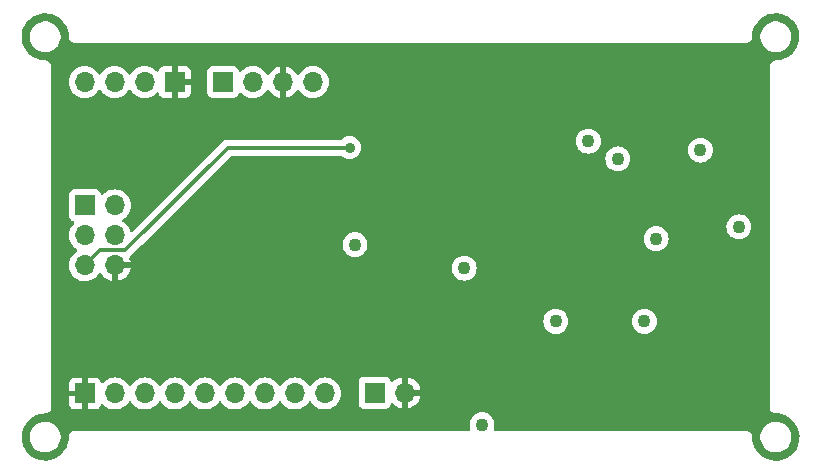
<source format=gbl>
%TF.GenerationSoftware,KiCad,Pcbnew,8.0.8*%
%TF.CreationDate,2025-09-10T22:03:36+03:00*%
%TF.ProjectId,MCU datalogger,4d435520-6461-4746-916c-6f676765722e,rev?*%
%TF.SameCoordinates,Original*%
%TF.FileFunction,Copper,L4,Bot*%
%TF.FilePolarity,Positive*%
%FSLAX46Y46*%
G04 Gerber Fmt 4.6, Leading zero omitted, Abs format (unit mm)*
G04 Created by KiCad (PCBNEW 8.0.8) date 2025-09-10 22:03:36*
%MOMM*%
%LPD*%
G01*
G04 APERTURE LIST*
%TA.AperFunction,ComponentPad*%
%ADD10R,1.700000X1.700000*%
%TD*%
%TA.AperFunction,ComponentPad*%
%ADD11O,1.700000X1.700000*%
%TD*%
%TA.AperFunction,ViaPad*%
%ADD12C,1.100000*%
%TD*%
%TA.AperFunction,ViaPad*%
%ADD13C,0.900000*%
%TD*%
%TA.AperFunction,Conductor*%
%ADD14C,0.500000*%
%TD*%
%TA.AperFunction,Conductor*%
%ADD15C,0.350000*%
%TD*%
G04 APERTURE END LIST*
D10*
%TO.P,J1,1,Pin_1*%
%TO.N,GND*%
X91230000Y-120740000D03*
D11*
%TO.P,J1,2,Pin_2*%
%TO.N,/Vcc*%
X88690000Y-120740000D03*
%TO.P,J1,3,Pin_3*%
%TO.N,/SDA*%
X86150000Y-120740000D03*
%TO.P,J1,4,Pin_4*%
%TO.N,/SCK*%
X83610000Y-120740000D03*
%TD*%
D10*
%TO.P,J2,1,Pin_1*%
%TO.N,/TX*%
X95320000Y-120740000D03*
D11*
%TO.P,J2,2,Pin_2*%
%TO.N,/RX*%
X97860000Y-120740000D03*
%TO.P,J2,3,Pin_3*%
%TO.N,GND*%
X100400000Y-120740000D03*
%TO.P,J2,4,Pin_4*%
%TO.N,/Vcc*%
X102940000Y-120740000D03*
%TD*%
D10*
%TO.P,BT1,1,+*%
%TO.N,/Vcc*%
X108165000Y-147040000D03*
D11*
%TO.P,BT1,2,-*%
%TO.N,GND*%
X110705000Y-147040000D03*
%TD*%
D10*
%TO.P,J3,1,Pin_1*%
%TO.N,GND*%
X83630000Y-147110000D03*
D11*
%TO.P,J3,2,Pin_2*%
%TO.N,/D2*%
X86170000Y-147110000D03*
%TO.P,J3,3,Pin_3*%
%TO.N,/D3*%
X88710000Y-147110000D03*
%TO.P,J3,4,Pin_4*%
%TO.N,/D4*%
X91250000Y-147110000D03*
%TO.P,J3,5,Pin_5*%
%TO.N,/D5*%
X93790000Y-147110000D03*
%TO.P,J3,6,Pin_6*%
%TO.N,/D6*%
X96330000Y-147110000D03*
%TO.P,J3,7,Pin_7*%
%TO.N,/D7*%
X98870000Y-147110000D03*
%TO.P,J3,8,Pin_8*%
%TO.N,/D8*%
X101410000Y-147110000D03*
%TO.P,J3,9,Pin_9*%
%TO.N,/Vcc*%
X103950000Y-147110000D03*
%TD*%
D10*
%TO.P,J4,1,Pin_1*%
%TO.N,/MISO*%
X83630000Y-131180000D03*
D11*
%TO.P,J4,2,Pin_2*%
%TO.N,/Vcc*%
X86170000Y-131180000D03*
%TO.P,J4,3,Pin_3*%
%TO.N,/SCK*%
X83630000Y-133720000D03*
%TO.P,J4,4,Pin_4*%
%TO.N,/MOSI*%
X86170000Y-133720000D03*
%TO.P,J4,5,Pin_5*%
%TO.N,/RESET*%
X83630000Y-136260000D03*
%TO.P,J4,6,Pin_6*%
%TO.N,GND*%
X86170000Y-136260000D03*
%TD*%
D12*
%TO.N,/Vcc*%
X117250000Y-149740000D03*
X106500000Y-134500000D03*
X123500000Y-141000000D03*
X115750000Y-136500000D03*
X131000000Y-141000000D03*
X132000000Y-134000000D03*
X139000000Y-133000000D03*
X135750000Y-126500000D03*
X128750000Y-127250000D03*
X126250000Y-125750000D03*
D13*
%TO.N,GND*%
X107750000Y-140000000D03*
X106500000Y-140000000D03*
X105250000Y-140000000D03*
X118250000Y-140250000D03*
X118250000Y-139250000D03*
X99750000Y-128000000D03*
X98750000Y-128000000D03*
X97750000Y-128000000D03*
X82500000Y-143250000D03*
X82500000Y-142000000D03*
X82500000Y-141000000D03*
X137250000Y-149000000D03*
X136000000Y-149000000D03*
X135000000Y-149000000D03*
X125250000Y-129750000D03*
X124000000Y-129750000D03*
X122750000Y-129750000D03*
X125000000Y-118500000D03*
X123250000Y-118500000D03*
X121750000Y-118500000D03*
X116500000Y-119500000D03*
X110750000Y-121750000D03*
X110750000Y-120750000D03*
X110750000Y-119750000D03*
X105000000Y-124500000D03*
X104000000Y-124500000D03*
X103000000Y-124500000D03*
X93000000Y-127000000D03*
X92250000Y-127750000D03*
X91500000Y-128500000D03*
X93500000Y-124500000D03*
X92500000Y-124500000D03*
X91500000Y-124500000D03*
X88750000Y-141000000D03*
X88750000Y-139750000D03*
X88750000Y-138500000D03*
X92750000Y-139000000D03*
X92750000Y-137750000D03*
X92750000Y-136500000D03*
X113000000Y-144750000D03*
X112500000Y-143750000D03*
X112500000Y-142750000D03*
D12*
X111250000Y-133500000D03*
X115500000Y-133750000D03*
D13*
X128250000Y-136750000D03*
X127500000Y-136000000D03*
X126750000Y-135250000D03*
X126000000Y-140000000D03*
X125000000Y-139250000D03*
X124000000Y-138750000D03*
X135000000Y-136750000D03*
X135750000Y-136000000D03*
D12*
X136500000Y-135250000D03*
X130750000Y-127250000D03*
D13*
X135750000Y-128000000D03*
X134750000Y-128000000D03*
X133750000Y-128000000D03*
%TO.N,/RESET*%
X106040000Y-126290000D03*
%TD*%
D14*
%TO.N,GND*%
X136500000Y-128750000D02*
X136500000Y-135250000D01*
X135750000Y-128000000D02*
X136500000Y-128750000D01*
X133000000Y-127250000D02*
X130750000Y-127250000D01*
X133750000Y-128000000D02*
X133000000Y-127250000D01*
D15*
%TO.N,/RESET*%
X84905000Y-134985000D02*
X83630000Y-136260000D01*
X87035000Y-134985000D02*
X84905000Y-134985000D01*
X95730000Y-126290000D02*
X87035000Y-134985000D01*
X106040000Y-126290000D02*
X95730000Y-126290000D01*
%TD*%
%TA.AperFunction,Conductor*%
%TO.N,GND*%
G36*
X142305894Y-114918831D02*
G01*
X142322985Y-114920415D01*
X142579289Y-114962224D01*
X142596000Y-114966154D01*
X142744015Y-115011989D01*
X142844084Y-115042977D01*
X142860092Y-115049178D01*
X143095184Y-115159539D01*
X143110166Y-115167883D01*
X143302874Y-115293452D01*
X143327761Y-115309669D01*
X143341457Y-115320012D01*
X143537381Y-115490502D01*
X143549497Y-115502618D01*
X143719985Y-115698540D01*
X143730330Y-115712238D01*
X143872111Y-115929825D01*
X143880463Y-115944820D01*
X143943004Y-116078046D01*
X143990819Y-116179903D01*
X143997022Y-116195915D01*
X144073844Y-116443996D01*
X144077775Y-116460713D01*
X144119583Y-116717010D01*
X144121168Y-116734109D01*
X144127167Y-116993739D01*
X144126374Y-117010893D01*
X144096446Y-117268859D01*
X144093290Y-117285740D01*
X144028010Y-117537092D01*
X144022553Y-117553373D01*
X143923171Y-117793305D01*
X143915516Y-117808678D01*
X143783944Y-118032566D01*
X143774240Y-118046733D01*
X143612993Y-118250305D01*
X143601424Y-118262996D01*
X143413598Y-118442339D01*
X143400386Y-118453310D01*
X143189587Y-118604982D01*
X143174987Y-118614022D01*
X142945250Y-118735118D01*
X142929540Y-118742054D01*
X142685289Y-118830245D01*
X142668773Y-118834945D01*
X142414661Y-118888550D01*
X142397652Y-118890922D01*
X142134293Y-118909202D01*
X142125707Y-118909500D01*
X142064108Y-118909500D01*
X141936812Y-118943608D01*
X141822686Y-119009500D01*
X141822683Y-119009502D01*
X141729502Y-119102683D01*
X141729500Y-119102686D01*
X141663608Y-119216812D01*
X141629500Y-119344108D01*
X141629500Y-148214108D01*
X141629500Y-148345892D01*
X141639735Y-148384091D01*
X141663608Y-148473187D01*
X141669382Y-148483187D01*
X141729500Y-148587314D01*
X141822686Y-148680500D01*
X141936814Y-148746392D01*
X142064108Y-148780500D01*
X142125707Y-148780500D01*
X142134293Y-148780798D01*
X142399045Y-148799174D01*
X142416032Y-148801543D01*
X142671513Y-148855436D01*
X142688015Y-148860131D01*
X142933587Y-148948800D01*
X142949286Y-148955732D01*
X143180257Y-149077478D01*
X143194846Y-149086512D01*
X143199682Y-149089991D01*
X143406775Y-149238995D01*
X143419987Y-149249966D01*
X143608811Y-149430263D01*
X143620380Y-149442954D01*
X143782492Y-149647618D01*
X143792195Y-149661783D01*
X143924473Y-149886874D01*
X143932123Y-149902237D01*
X144032036Y-150143450D01*
X144037493Y-150159732D01*
X144103119Y-150412420D01*
X144106275Y-150429299D01*
X144136364Y-150688644D01*
X144137157Y-150705799D01*
X144131126Y-150966812D01*
X144129541Y-150983911D01*
X144087510Y-151241575D01*
X144083579Y-151258292D01*
X144006347Y-151507696D01*
X144000143Y-151523709D01*
X143889201Y-151760040D01*
X143880845Y-151775042D01*
X143738314Y-151993783D01*
X143727965Y-152007487D01*
X143556581Y-152204438D01*
X143544438Y-152216581D01*
X143347487Y-152387965D01*
X143333783Y-152398314D01*
X143115042Y-152540845D01*
X143100040Y-152549201D01*
X142863709Y-152660143D01*
X142847696Y-152666347D01*
X142598292Y-152743579D01*
X142581575Y-152747510D01*
X142323911Y-152789541D01*
X142306812Y-152791126D01*
X142045799Y-152797157D01*
X142028644Y-152796364D01*
X141769299Y-152766275D01*
X141752420Y-152763119D01*
X141499732Y-152697493D01*
X141483450Y-152692036D01*
X141242237Y-152592123D01*
X141226874Y-152584473D01*
X141001783Y-152452195D01*
X140987618Y-152442492D01*
X140782954Y-152280380D01*
X140770263Y-152268811D01*
X140589966Y-152079987D01*
X140578995Y-152066775D01*
X140532004Y-152001464D01*
X140426512Y-151854846D01*
X140417478Y-151840257D01*
X140295732Y-151609286D01*
X140288798Y-151593582D01*
X140263569Y-151523709D01*
X140200131Y-151348015D01*
X140195436Y-151331513D01*
X140141543Y-151076032D01*
X140139174Y-151059045D01*
X140120798Y-150794293D01*
X140120500Y-150785707D01*
X140120500Y-150724110D01*
X140120500Y-150724108D01*
X140110731Y-150687648D01*
X140829500Y-150687648D01*
X140829500Y-150892351D01*
X140861522Y-151094534D01*
X140924781Y-151289223D01*
X141017715Y-151471613D01*
X141138028Y-151637213D01*
X141282786Y-151781971D01*
X141383099Y-151854851D01*
X141448390Y-151902287D01*
X141530029Y-151943884D01*
X141630776Y-151995218D01*
X141630778Y-151995218D01*
X141630781Y-151995220D01*
X141735137Y-152029127D01*
X141825465Y-152058477D01*
X141920935Y-152073598D01*
X142027648Y-152090500D01*
X142027649Y-152090500D01*
X142232351Y-152090500D01*
X142232352Y-152090500D01*
X142434534Y-152058477D01*
X142629219Y-151995220D01*
X142811610Y-151902287D01*
X142904590Y-151834732D01*
X142977213Y-151781971D01*
X142977215Y-151781968D01*
X142977219Y-151781966D01*
X143121966Y-151637219D01*
X143121968Y-151637215D01*
X143121971Y-151637213D01*
X143207060Y-151520096D01*
X143242287Y-151471610D01*
X143335220Y-151289219D01*
X143398477Y-151094534D01*
X143430500Y-150892352D01*
X143430500Y-150687648D01*
X143398477Y-150485466D01*
X143380825Y-150431140D01*
X143335218Y-150290776D01*
X143288645Y-150199372D01*
X143242287Y-150108390D01*
X143234556Y-150097749D01*
X143121971Y-149942786D01*
X142977213Y-149798028D01*
X142811613Y-149677715D01*
X142811612Y-149677714D01*
X142811610Y-149677713D01*
X142737494Y-149639949D01*
X142629223Y-149584781D01*
X142434534Y-149521522D01*
X142259995Y-149493878D01*
X142232352Y-149489500D01*
X142027648Y-149489500D01*
X142003329Y-149493351D01*
X141825465Y-149521522D01*
X141630776Y-149584781D01*
X141448386Y-149677715D01*
X141282786Y-149798028D01*
X141138028Y-149942786D01*
X141017715Y-150108386D01*
X140924781Y-150290776D01*
X140861522Y-150485465D01*
X140829500Y-150687648D01*
X140110731Y-150687648D01*
X140086392Y-150596814D01*
X140020500Y-150482686D01*
X139927314Y-150389500D01*
X139870250Y-150356554D01*
X139813187Y-150323608D01*
X139749539Y-150306554D01*
X139685892Y-150289500D01*
X139685891Y-150289500D01*
X118348276Y-150289500D01*
X118281237Y-150269815D01*
X118235482Y-150217011D01*
X118225538Y-150147853D01*
X118229615Y-150129505D01*
X118236021Y-150108386D01*
X118285300Y-149945934D01*
X118305583Y-149740000D01*
X118285300Y-149534066D01*
X118225232Y-149336046D01*
X118127685Y-149153550D01*
X118043493Y-149050961D01*
X117996410Y-148993589D01*
X117878677Y-148896969D01*
X117836450Y-148862315D01*
X117653954Y-148764768D01*
X117455934Y-148704700D01*
X117455932Y-148704699D01*
X117455934Y-148704699D01*
X117250000Y-148684417D01*
X117044067Y-148704699D01*
X116846043Y-148764769D01*
X116758713Y-148811449D01*
X116663550Y-148862315D01*
X116663548Y-148862316D01*
X116663547Y-148862317D01*
X116503589Y-148993589D01*
X116372317Y-149153547D01*
X116274769Y-149336043D01*
X116214699Y-149534067D01*
X116194417Y-149740000D01*
X116214699Y-149945932D01*
X116270385Y-150129505D01*
X116271008Y-150199372D01*
X116233759Y-150258485D01*
X116170465Y-150288076D01*
X116151724Y-150289500D01*
X82704108Y-150289500D01*
X82576812Y-150323608D01*
X82462686Y-150389500D01*
X82462683Y-150389502D01*
X82369502Y-150482683D01*
X82369500Y-150482686D01*
X82303608Y-150596812D01*
X82269500Y-150724108D01*
X82269500Y-150785707D01*
X82269202Y-150794293D01*
X82250922Y-151057652D01*
X82248550Y-151074661D01*
X82194945Y-151328773D01*
X82190245Y-151345289D01*
X82102054Y-151589540D01*
X82095118Y-151605250D01*
X81974022Y-151834987D01*
X81964982Y-151849587D01*
X81813310Y-152060386D01*
X81802339Y-152073598D01*
X81622996Y-152261424D01*
X81610305Y-152272993D01*
X81406733Y-152434240D01*
X81392566Y-152443944D01*
X81168678Y-152575516D01*
X81153305Y-152583171D01*
X80913373Y-152682553D01*
X80897092Y-152688010D01*
X80645740Y-152753290D01*
X80628859Y-152756446D01*
X80370893Y-152786374D01*
X80353739Y-152787167D01*
X80094109Y-152781168D01*
X80077010Y-152779583D01*
X79820713Y-152737775D01*
X79803996Y-152733844D01*
X79555915Y-152657022D01*
X79539903Y-152650819D01*
X79486203Y-152625610D01*
X79304820Y-152540463D01*
X79289829Y-152532113D01*
X79167182Y-152452196D01*
X79072238Y-152390330D01*
X79058540Y-152379985D01*
X78862618Y-152209497D01*
X78850502Y-152197381D01*
X78680012Y-152001457D01*
X78669669Y-151987761D01*
X78653452Y-151962874D01*
X78527883Y-151770166D01*
X78519539Y-151755184D01*
X78409178Y-151520092D01*
X78402977Y-151504084D01*
X78352143Y-151339926D01*
X78326154Y-151256000D01*
X78322224Y-151239286D01*
X78295595Y-151076043D01*
X78280415Y-150982985D01*
X78278831Y-150965890D01*
X78272832Y-150706248D01*
X78273624Y-150689119D01*
X78273795Y-150687648D01*
X78969500Y-150687648D01*
X78969500Y-150892351D01*
X79001522Y-151094534D01*
X79064781Y-151289223D01*
X79157715Y-151471613D01*
X79278028Y-151637213D01*
X79422786Y-151781971D01*
X79523099Y-151854851D01*
X79588390Y-151902287D01*
X79670029Y-151943884D01*
X79770776Y-151995218D01*
X79770778Y-151995218D01*
X79770781Y-151995220D01*
X79875137Y-152029127D01*
X79965465Y-152058477D01*
X80060935Y-152073598D01*
X80167648Y-152090500D01*
X80167649Y-152090500D01*
X80372351Y-152090500D01*
X80372352Y-152090500D01*
X80574534Y-152058477D01*
X80769219Y-151995220D01*
X80951610Y-151902287D01*
X81044590Y-151834732D01*
X81117213Y-151781971D01*
X81117215Y-151781968D01*
X81117219Y-151781966D01*
X81261966Y-151637219D01*
X81261968Y-151637215D01*
X81261971Y-151637213D01*
X81347060Y-151520096D01*
X81382287Y-151471610D01*
X81475220Y-151289219D01*
X81538477Y-151094534D01*
X81570500Y-150892352D01*
X81570500Y-150687648D01*
X81538477Y-150485466D01*
X81520825Y-150431140D01*
X81475218Y-150290776D01*
X81428645Y-150199372D01*
X81382287Y-150108390D01*
X81374556Y-150097749D01*
X81261971Y-149942786D01*
X81117213Y-149798028D01*
X80951613Y-149677715D01*
X80951612Y-149677714D01*
X80951610Y-149677713D01*
X80877494Y-149639949D01*
X80769223Y-149584781D01*
X80574534Y-149521522D01*
X80399995Y-149493878D01*
X80372352Y-149489500D01*
X80167648Y-149489500D01*
X80143329Y-149493351D01*
X79965465Y-149521522D01*
X79770776Y-149584781D01*
X79588386Y-149677715D01*
X79422786Y-149798028D01*
X79278028Y-149942786D01*
X79157715Y-150108386D01*
X79064781Y-150290776D01*
X79001522Y-150485465D01*
X78969500Y-150687648D01*
X78273795Y-150687648D01*
X78303554Y-150431133D01*
X78306709Y-150414259D01*
X78313140Y-150389500D01*
X78371990Y-150162902D01*
X78377446Y-150146626D01*
X78455558Y-149958046D01*
X78476832Y-149906683D01*
X78484475Y-149891336D01*
X78616060Y-149667425D01*
X78625753Y-149653273D01*
X78787013Y-149449685D01*
X78798567Y-149437011D01*
X78986407Y-149257654D01*
X78999605Y-149246694D01*
X79210423Y-149095009D01*
X79224999Y-149085984D01*
X79454758Y-148964876D01*
X79470449Y-148957948D01*
X79714723Y-148869750D01*
X79731214Y-148865057D01*
X79985348Y-148811447D01*
X80002336Y-148809078D01*
X80265707Y-148790798D01*
X80274293Y-148790500D01*
X80335890Y-148790500D01*
X80335892Y-148790500D01*
X80463186Y-148756392D01*
X80577314Y-148690500D01*
X80670500Y-148597314D01*
X80736392Y-148483186D01*
X80770500Y-148355892D01*
X80770500Y-148224108D01*
X80770500Y-146212155D01*
X82280000Y-146212155D01*
X82280000Y-146860000D01*
X83196988Y-146860000D01*
X83164075Y-146917007D01*
X83130000Y-147044174D01*
X83130000Y-147175826D01*
X83164075Y-147302993D01*
X83196988Y-147360000D01*
X82280000Y-147360000D01*
X82280000Y-148007844D01*
X82286401Y-148067372D01*
X82286403Y-148067379D01*
X82336645Y-148202086D01*
X82336649Y-148202093D01*
X82422809Y-148317187D01*
X82422812Y-148317190D01*
X82537906Y-148403350D01*
X82537913Y-148403354D01*
X82672620Y-148453596D01*
X82672627Y-148453598D01*
X82732155Y-148459999D01*
X82732172Y-148460000D01*
X83380000Y-148460000D01*
X83380000Y-147543012D01*
X83437007Y-147575925D01*
X83564174Y-147610000D01*
X83695826Y-147610000D01*
X83822993Y-147575925D01*
X83880000Y-147543012D01*
X83880000Y-148460000D01*
X84527828Y-148460000D01*
X84527844Y-148459999D01*
X84587372Y-148453598D01*
X84587379Y-148453596D01*
X84722086Y-148403354D01*
X84722093Y-148403350D01*
X84837187Y-148317190D01*
X84837190Y-148317187D01*
X84923350Y-148202093D01*
X84923354Y-148202086D01*
X84972422Y-148070529D01*
X85014293Y-148014595D01*
X85079757Y-147990178D01*
X85148030Y-148005030D01*
X85176285Y-148026181D01*
X85298599Y-148148495D01*
X85392304Y-148214108D01*
X85492165Y-148284032D01*
X85492167Y-148284033D01*
X85492170Y-148284035D01*
X85706337Y-148383903D01*
X85706343Y-148383904D01*
X85706344Y-148383905D01*
X85761285Y-148398626D01*
X85934592Y-148445063D01*
X86105319Y-148460000D01*
X86169999Y-148465659D01*
X86170000Y-148465659D01*
X86170001Y-148465659D01*
X86234681Y-148460000D01*
X86405408Y-148445063D01*
X86633663Y-148383903D01*
X86847830Y-148284035D01*
X87041401Y-148148495D01*
X87208495Y-147981401D01*
X87338425Y-147795842D01*
X87393002Y-147752217D01*
X87462500Y-147745023D01*
X87524855Y-147776546D01*
X87541575Y-147795842D01*
X87671500Y-147981395D01*
X87671505Y-147981401D01*
X87838599Y-148148495D01*
X87932304Y-148214108D01*
X88032165Y-148284032D01*
X88032167Y-148284033D01*
X88032170Y-148284035D01*
X88246337Y-148383903D01*
X88246343Y-148383904D01*
X88246344Y-148383905D01*
X88301285Y-148398626D01*
X88474592Y-148445063D01*
X88645319Y-148460000D01*
X88709999Y-148465659D01*
X88710000Y-148465659D01*
X88710001Y-148465659D01*
X88774681Y-148460000D01*
X88945408Y-148445063D01*
X89173663Y-148383903D01*
X89387830Y-148284035D01*
X89581401Y-148148495D01*
X89748495Y-147981401D01*
X89878425Y-147795842D01*
X89933002Y-147752217D01*
X90002500Y-147745023D01*
X90064855Y-147776546D01*
X90081575Y-147795842D01*
X90211500Y-147981395D01*
X90211505Y-147981401D01*
X90378599Y-148148495D01*
X90472304Y-148214108D01*
X90572165Y-148284032D01*
X90572167Y-148284033D01*
X90572170Y-148284035D01*
X90786337Y-148383903D01*
X90786343Y-148383904D01*
X90786344Y-148383905D01*
X90841285Y-148398626D01*
X91014592Y-148445063D01*
X91185319Y-148460000D01*
X91249999Y-148465659D01*
X91250000Y-148465659D01*
X91250001Y-148465659D01*
X91314681Y-148460000D01*
X91485408Y-148445063D01*
X91713663Y-148383903D01*
X91927830Y-148284035D01*
X92121401Y-148148495D01*
X92288495Y-147981401D01*
X92418425Y-147795842D01*
X92473002Y-147752217D01*
X92542500Y-147745023D01*
X92604855Y-147776546D01*
X92621575Y-147795842D01*
X92751500Y-147981395D01*
X92751505Y-147981401D01*
X92918599Y-148148495D01*
X93012304Y-148214108D01*
X93112165Y-148284032D01*
X93112167Y-148284033D01*
X93112170Y-148284035D01*
X93326337Y-148383903D01*
X93326343Y-148383904D01*
X93326344Y-148383905D01*
X93381285Y-148398626D01*
X93554592Y-148445063D01*
X93725319Y-148460000D01*
X93789999Y-148465659D01*
X93790000Y-148465659D01*
X93790001Y-148465659D01*
X93854681Y-148460000D01*
X94025408Y-148445063D01*
X94253663Y-148383903D01*
X94467830Y-148284035D01*
X94661401Y-148148495D01*
X94828495Y-147981401D01*
X94958425Y-147795842D01*
X95013002Y-147752217D01*
X95082500Y-147745023D01*
X95144855Y-147776546D01*
X95161575Y-147795842D01*
X95291500Y-147981395D01*
X95291505Y-147981401D01*
X95458599Y-148148495D01*
X95552304Y-148214108D01*
X95652165Y-148284032D01*
X95652167Y-148284033D01*
X95652170Y-148284035D01*
X95866337Y-148383903D01*
X95866343Y-148383904D01*
X95866344Y-148383905D01*
X95921285Y-148398626D01*
X96094592Y-148445063D01*
X96265319Y-148460000D01*
X96329999Y-148465659D01*
X96330000Y-148465659D01*
X96330001Y-148465659D01*
X96394681Y-148460000D01*
X96565408Y-148445063D01*
X96793663Y-148383903D01*
X97007830Y-148284035D01*
X97201401Y-148148495D01*
X97368495Y-147981401D01*
X97498425Y-147795842D01*
X97553002Y-147752217D01*
X97622500Y-147745023D01*
X97684855Y-147776546D01*
X97701575Y-147795842D01*
X97831500Y-147981395D01*
X97831505Y-147981401D01*
X97998599Y-148148495D01*
X98092304Y-148214108D01*
X98192165Y-148284032D01*
X98192167Y-148284033D01*
X98192170Y-148284035D01*
X98406337Y-148383903D01*
X98406343Y-148383904D01*
X98406344Y-148383905D01*
X98461285Y-148398626D01*
X98634592Y-148445063D01*
X98805319Y-148460000D01*
X98869999Y-148465659D01*
X98870000Y-148465659D01*
X98870001Y-148465659D01*
X98934681Y-148460000D01*
X99105408Y-148445063D01*
X99333663Y-148383903D01*
X99547830Y-148284035D01*
X99741401Y-148148495D01*
X99908495Y-147981401D01*
X100038425Y-147795842D01*
X100093002Y-147752217D01*
X100162500Y-147745023D01*
X100224855Y-147776546D01*
X100241575Y-147795842D01*
X100371500Y-147981395D01*
X100371505Y-147981401D01*
X100538599Y-148148495D01*
X100632304Y-148214108D01*
X100732165Y-148284032D01*
X100732167Y-148284033D01*
X100732170Y-148284035D01*
X100946337Y-148383903D01*
X100946343Y-148383904D01*
X100946344Y-148383905D01*
X101001285Y-148398626D01*
X101174592Y-148445063D01*
X101345319Y-148460000D01*
X101409999Y-148465659D01*
X101410000Y-148465659D01*
X101410001Y-148465659D01*
X101474681Y-148460000D01*
X101645408Y-148445063D01*
X101873663Y-148383903D01*
X102087830Y-148284035D01*
X102281401Y-148148495D01*
X102448495Y-147981401D01*
X102578425Y-147795842D01*
X102633002Y-147752217D01*
X102702500Y-147745023D01*
X102764855Y-147776546D01*
X102781575Y-147795842D01*
X102911500Y-147981395D01*
X102911505Y-147981401D01*
X103078599Y-148148495D01*
X103172304Y-148214108D01*
X103272165Y-148284032D01*
X103272167Y-148284033D01*
X103272170Y-148284035D01*
X103486337Y-148383903D01*
X103486343Y-148383904D01*
X103486344Y-148383905D01*
X103541285Y-148398626D01*
X103714592Y-148445063D01*
X103885319Y-148460000D01*
X103949999Y-148465659D01*
X103950000Y-148465659D01*
X103950001Y-148465659D01*
X104014681Y-148460000D01*
X104185408Y-148445063D01*
X104413663Y-148383903D01*
X104627830Y-148284035D01*
X104821401Y-148148495D01*
X104988495Y-147981401D01*
X105124035Y-147787830D01*
X105223903Y-147573663D01*
X105285063Y-147345408D01*
X105305659Y-147110000D01*
X105285063Y-146874592D01*
X105223903Y-146646337D01*
X105124035Y-146432171D01*
X105118425Y-146424158D01*
X104988494Y-146238597D01*
X104892031Y-146142135D01*
X106814500Y-146142135D01*
X106814500Y-147937870D01*
X106814501Y-147937876D01*
X106820908Y-147997483D01*
X106871202Y-148132328D01*
X106871206Y-148132335D01*
X106957452Y-148247544D01*
X106957455Y-148247547D01*
X107072664Y-148333793D01*
X107072671Y-148333797D01*
X107207517Y-148384091D01*
X107207516Y-148384091D01*
X107214444Y-148384835D01*
X107267127Y-148390500D01*
X109062872Y-148390499D01*
X109122483Y-148384091D01*
X109257331Y-148333796D01*
X109372546Y-148247546D01*
X109458796Y-148132331D01*
X109508002Y-148000401D01*
X109549872Y-147944468D01*
X109615337Y-147920050D01*
X109683610Y-147934901D01*
X109711865Y-147956053D01*
X109833917Y-148078105D01*
X110027421Y-148213600D01*
X110241507Y-148313429D01*
X110241516Y-148313433D01*
X110455000Y-148370634D01*
X110455000Y-147473012D01*
X110512007Y-147505925D01*
X110639174Y-147540000D01*
X110770826Y-147540000D01*
X110897993Y-147505925D01*
X110955000Y-147473012D01*
X110955000Y-148370633D01*
X111168483Y-148313433D01*
X111168492Y-148313429D01*
X111382578Y-148213600D01*
X111576082Y-148078105D01*
X111743105Y-147911082D01*
X111878600Y-147717578D01*
X111978429Y-147503492D01*
X111978432Y-147503486D01*
X112035636Y-147290000D01*
X111138012Y-147290000D01*
X111170925Y-147232993D01*
X111205000Y-147105826D01*
X111205000Y-146974174D01*
X111170925Y-146847007D01*
X111138012Y-146790000D01*
X112035636Y-146790000D01*
X112035635Y-146789999D01*
X111978432Y-146576513D01*
X111978429Y-146576507D01*
X111878600Y-146362422D01*
X111878599Y-146362420D01*
X111743113Y-146168926D01*
X111743108Y-146168920D01*
X111576082Y-146001894D01*
X111382578Y-145866399D01*
X111168492Y-145766570D01*
X111168486Y-145766567D01*
X110955000Y-145709364D01*
X110955000Y-146606988D01*
X110897993Y-146574075D01*
X110770826Y-146540000D01*
X110639174Y-146540000D01*
X110512007Y-146574075D01*
X110455000Y-146606988D01*
X110455000Y-145709364D01*
X110454999Y-145709364D01*
X110241513Y-145766567D01*
X110241507Y-145766570D01*
X110027422Y-145866399D01*
X110027420Y-145866400D01*
X109833926Y-146001886D01*
X109711865Y-146123947D01*
X109650542Y-146157431D01*
X109580850Y-146152447D01*
X109524917Y-146110575D01*
X109508002Y-146079598D01*
X109458797Y-145947671D01*
X109458793Y-145947664D01*
X109372547Y-145832455D01*
X109372544Y-145832452D01*
X109257335Y-145746206D01*
X109257328Y-145746202D01*
X109122482Y-145695908D01*
X109122483Y-145695908D01*
X109062883Y-145689501D01*
X109062881Y-145689500D01*
X109062873Y-145689500D01*
X109062864Y-145689500D01*
X107267129Y-145689500D01*
X107267123Y-145689501D01*
X107207516Y-145695908D01*
X107072671Y-145746202D01*
X107072664Y-145746206D01*
X106957455Y-145832452D01*
X106957452Y-145832455D01*
X106871206Y-145947664D01*
X106871202Y-145947671D01*
X106820908Y-146082517D01*
X106814501Y-146142116D01*
X106814500Y-146142135D01*
X104892031Y-146142135D01*
X104821402Y-146071506D01*
X104821395Y-146071501D01*
X104627834Y-145935967D01*
X104627830Y-145935965D01*
X104556727Y-145902809D01*
X104413663Y-145836097D01*
X104413659Y-145836096D01*
X104413655Y-145836094D01*
X104185413Y-145774938D01*
X104185403Y-145774936D01*
X103950001Y-145754341D01*
X103949999Y-145754341D01*
X103714596Y-145774936D01*
X103714586Y-145774938D01*
X103486344Y-145836094D01*
X103486335Y-145836098D01*
X103272171Y-145935964D01*
X103272169Y-145935965D01*
X103078597Y-146071505D01*
X102911505Y-146238597D01*
X102781575Y-146424158D01*
X102726998Y-146467783D01*
X102657500Y-146474977D01*
X102595145Y-146443454D01*
X102578425Y-146424158D01*
X102448494Y-146238597D01*
X102281402Y-146071506D01*
X102281395Y-146071501D01*
X102087834Y-145935967D01*
X102087830Y-145935965D01*
X102016727Y-145902809D01*
X101873663Y-145836097D01*
X101873659Y-145836096D01*
X101873655Y-145836094D01*
X101645413Y-145774938D01*
X101645403Y-145774936D01*
X101410001Y-145754341D01*
X101409999Y-145754341D01*
X101174596Y-145774936D01*
X101174586Y-145774938D01*
X100946344Y-145836094D01*
X100946335Y-145836098D01*
X100732171Y-145935964D01*
X100732169Y-145935965D01*
X100538597Y-146071505D01*
X100371505Y-146238597D01*
X100241575Y-146424158D01*
X100186998Y-146467783D01*
X100117500Y-146474977D01*
X100055145Y-146443454D01*
X100038425Y-146424158D01*
X99908494Y-146238597D01*
X99741402Y-146071506D01*
X99741395Y-146071501D01*
X99547834Y-145935967D01*
X99547830Y-145935965D01*
X99476727Y-145902809D01*
X99333663Y-145836097D01*
X99333659Y-145836096D01*
X99333655Y-145836094D01*
X99105413Y-145774938D01*
X99105403Y-145774936D01*
X98870001Y-145754341D01*
X98869999Y-145754341D01*
X98634596Y-145774936D01*
X98634586Y-145774938D01*
X98406344Y-145836094D01*
X98406335Y-145836098D01*
X98192171Y-145935964D01*
X98192169Y-145935965D01*
X97998597Y-146071505D01*
X97831505Y-146238597D01*
X97701575Y-146424158D01*
X97646998Y-146467783D01*
X97577500Y-146474977D01*
X97515145Y-146443454D01*
X97498425Y-146424158D01*
X97368494Y-146238597D01*
X97201402Y-146071506D01*
X97201395Y-146071501D01*
X97007834Y-145935967D01*
X97007830Y-145935965D01*
X96936727Y-145902809D01*
X96793663Y-145836097D01*
X96793659Y-145836096D01*
X96793655Y-145836094D01*
X96565413Y-145774938D01*
X96565403Y-145774936D01*
X96330001Y-145754341D01*
X96329999Y-145754341D01*
X96094596Y-145774936D01*
X96094586Y-145774938D01*
X95866344Y-145836094D01*
X95866335Y-145836098D01*
X95652171Y-145935964D01*
X95652169Y-145935965D01*
X95458597Y-146071505D01*
X95291505Y-146238597D01*
X95161575Y-146424158D01*
X95106998Y-146467783D01*
X95037500Y-146474977D01*
X94975145Y-146443454D01*
X94958425Y-146424158D01*
X94828494Y-146238597D01*
X94661402Y-146071506D01*
X94661395Y-146071501D01*
X94467834Y-145935967D01*
X94467830Y-145935965D01*
X94396727Y-145902809D01*
X94253663Y-145836097D01*
X94253659Y-145836096D01*
X94253655Y-145836094D01*
X94025413Y-145774938D01*
X94025403Y-145774936D01*
X93790001Y-145754341D01*
X93789999Y-145754341D01*
X93554596Y-145774936D01*
X93554586Y-145774938D01*
X93326344Y-145836094D01*
X93326335Y-145836098D01*
X93112171Y-145935964D01*
X93112169Y-145935965D01*
X92918597Y-146071505D01*
X92751505Y-146238597D01*
X92621575Y-146424158D01*
X92566998Y-146467783D01*
X92497500Y-146474977D01*
X92435145Y-146443454D01*
X92418425Y-146424158D01*
X92288494Y-146238597D01*
X92121402Y-146071506D01*
X92121395Y-146071501D01*
X91927834Y-145935967D01*
X91927830Y-145935965D01*
X91856727Y-145902809D01*
X91713663Y-145836097D01*
X91713659Y-145836096D01*
X91713655Y-145836094D01*
X91485413Y-145774938D01*
X91485403Y-145774936D01*
X91250001Y-145754341D01*
X91249999Y-145754341D01*
X91014596Y-145774936D01*
X91014586Y-145774938D01*
X90786344Y-145836094D01*
X90786335Y-145836098D01*
X90572171Y-145935964D01*
X90572169Y-145935965D01*
X90378597Y-146071505D01*
X90211505Y-146238597D01*
X90081575Y-146424158D01*
X90026998Y-146467783D01*
X89957500Y-146474977D01*
X89895145Y-146443454D01*
X89878425Y-146424158D01*
X89748494Y-146238597D01*
X89581402Y-146071506D01*
X89581395Y-146071501D01*
X89387834Y-145935967D01*
X89387830Y-145935965D01*
X89316727Y-145902809D01*
X89173663Y-145836097D01*
X89173659Y-145836096D01*
X89173655Y-145836094D01*
X88945413Y-145774938D01*
X88945403Y-145774936D01*
X88710001Y-145754341D01*
X88709999Y-145754341D01*
X88474596Y-145774936D01*
X88474586Y-145774938D01*
X88246344Y-145836094D01*
X88246335Y-145836098D01*
X88032171Y-145935964D01*
X88032169Y-145935965D01*
X87838597Y-146071505D01*
X87671505Y-146238597D01*
X87541575Y-146424158D01*
X87486998Y-146467783D01*
X87417500Y-146474977D01*
X87355145Y-146443454D01*
X87338425Y-146424158D01*
X87208494Y-146238597D01*
X87041402Y-146071506D01*
X87041395Y-146071501D01*
X86847834Y-145935967D01*
X86847830Y-145935965D01*
X86776727Y-145902809D01*
X86633663Y-145836097D01*
X86633659Y-145836096D01*
X86633655Y-145836094D01*
X86405413Y-145774938D01*
X86405403Y-145774936D01*
X86170001Y-145754341D01*
X86169999Y-145754341D01*
X85934596Y-145774936D01*
X85934586Y-145774938D01*
X85706344Y-145836094D01*
X85706335Y-145836098D01*
X85492171Y-145935964D01*
X85492169Y-145935965D01*
X85298600Y-146071503D01*
X85176284Y-146193819D01*
X85114961Y-146227303D01*
X85045269Y-146222319D01*
X84989336Y-146180447D01*
X84972421Y-146149470D01*
X84923354Y-146017913D01*
X84923350Y-146017906D01*
X84837190Y-145902812D01*
X84837187Y-145902809D01*
X84722093Y-145816649D01*
X84722086Y-145816645D01*
X84587379Y-145766403D01*
X84587372Y-145766401D01*
X84527844Y-145760000D01*
X83880000Y-145760000D01*
X83880000Y-146676988D01*
X83822993Y-146644075D01*
X83695826Y-146610000D01*
X83564174Y-146610000D01*
X83437007Y-146644075D01*
X83380000Y-146676988D01*
X83380000Y-145760000D01*
X82732155Y-145760000D01*
X82672627Y-145766401D01*
X82672620Y-145766403D01*
X82537913Y-145816645D01*
X82537906Y-145816649D01*
X82422812Y-145902809D01*
X82422809Y-145902812D01*
X82336649Y-146017906D01*
X82336645Y-146017913D01*
X82286403Y-146152620D01*
X82286401Y-146152627D01*
X82280000Y-146212155D01*
X80770500Y-146212155D01*
X80770500Y-141000000D01*
X122444417Y-141000000D01*
X122464699Y-141205932D01*
X122464700Y-141205934D01*
X122524768Y-141403954D01*
X122622315Y-141586450D01*
X122622317Y-141586452D01*
X122753589Y-141746410D01*
X122850209Y-141825702D01*
X122913550Y-141877685D01*
X123096046Y-141975232D01*
X123294066Y-142035300D01*
X123294065Y-142035300D01*
X123312529Y-142037118D01*
X123500000Y-142055583D01*
X123705934Y-142035300D01*
X123903954Y-141975232D01*
X124086450Y-141877685D01*
X124246410Y-141746410D01*
X124377685Y-141586450D01*
X124475232Y-141403954D01*
X124535300Y-141205934D01*
X124555583Y-141000000D01*
X129944417Y-141000000D01*
X129964699Y-141205932D01*
X129964700Y-141205934D01*
X130024768Y-141403954D01*
X130122315Y-141586450D01*
X130122317Y-141586452D01*
X130253589Y-141746410D01*
X130350209Y-141825702D01*
X130413550Y-141877685D01*
X130596046Y-141975232D01*
X130794066Y-142035300D01*
X130794065Y-142035300D01*
X130812529Y-142037118D01*
X131000000Y-142055583D01*
X131205934Y-142035300D01*
X131403954Y-141975232D01*
X131586450Y-141877685D01*
X131746410Y-141746410D01*
X131877685Y-141586450D01*
X131975232Y-141403954D01*
X132035300Y-141205934D01*
X132055583Y-141000000D01*
X132035300Y-140794066D01*
X131975232Y-140596046D01*
X131877685Y-140413550D01*
X131825702Y-140350209D01*
X131746410Y-140253589D01*
X131586452Y-140122317D01*
X131586453Y-140122317D01*
X131586450Y-140122315D01*
X131403954Y-140024768D01*
X131205934Y-139964700D01*
X131205932Y-139964699D01*
X131205934Y-139964699D01*
X131000000Y-139944417D01*
X130794067Y-139964699D01*
X130596043Y-140024769D01*
X130485898Y-140083643D01*
X130413550Y-140122315D01*
X130413548Y-140122316D01*
X130413547Y-140122317D01*
X130253589Y-140253589D01*
X130122317Y-140413547D01*
X130024769Y-140596043D01*
X129964699Y-140794067D01*
X129944417Y-141000000D01*
X124555583Y-141000000D01*
X124535300Y-140794066D01*
X124475232Y-140596046D01*
X124377685Y-140413550D01*
X124325702Y-140350209D01*
X124246410Y-140253589D01*
X124086452Y-140122317D01*
X124086453Y-140122317D01*
X124086450Y-140122315D01*
X123903954Y-140024768D01*
X123705934Y-139964700D01*
X123705932Y-139964699D01*
X123705934Y-139964699D01*
X123500000Y-139944417D01*
X123294067Y-139964699D01*
X123096043Y-140024769D01*
X122985898Y-140083643D01*
X122913550Y-140122315D01*
X122913548Y-140122316D01*
X122913547Y-140122317D01*
X122753589Y-140253589D01*
X122622317Y-140413547D01*
X122524769Y-140596043D01*
X122464699Y-140794067D01*
X122444417Y-141000000D01*
X80770500Y-141000000D01*
X80770500Y-133719999D01*
X82274341Y-133719999D01*
X82274341Y-133720000D01*
X82294936Y-133955403D01*
X82294938Y-133955413D01*
X82356094Y-134183655D01*
X82356096Y-134183659D01*
X82356097Y-134183663D01*
X82414776Y-134309500D01*
X82455965Y-134397830D01*
X82455967Y-134397834D01*
X82591501Y-134591395D01*
X82591506Y-134591402D01*
X82758597Y-134758493D01*
X82758603Y-134758498D01*
X82944158Y-134888425D01*
X82987783Y-134943002D01*
X82994977Y-135012500D01*
X82963454Y-135074855D01*
X82944158Y-135091575D01*
X82758597Y-135221505D01*
X82591505Y-135388597D01*
X82455965Y-135582169D01*
X82455964Y-135582171D01*
X82356098Y-135796335D01*
X82356094Y-135796344D01*
X82294938Y-136024586D01*
X82294936Y-136024596D01*
X82274341Y-136259999D01*
X82274341Y-136260000D01*
X82294936Y-136495403D01*
X82294938Y-136495413D01*
X82356094Y-136723655D01*
X82356096Y-136723659D01*
X82356097Y-136723663D01*
X82439155Y-136901781D01*
X82455965Y-136937830D01*
X82455967Y-136937834D01*
X82560030Y-137086450D01*
X82591505Y-137131401D01*
X82758599Y-137298495D01*
X82855384Y-137366265D01*
X82952165Y-137434032D01*
X82952167Y-137434033D01*
X82952170Y-137434035D01*
X83166337Y-137533903D01*
X83166343Y-137533904D01*
X83166344Y-137533905D01*
X83221285Y-137548626D01*
X83394592Y-137595063D01*
X83582918Y-137611539D01*
X83629999Y-137615659D01*
X83630000Y-137615659D01*
X83630001Y-137615659D01*
X83669234Y-137612226D01*
X83865408Y-137595063D01*
X84093663Y-137533903D01*
X84307830Y-137434035D01*
X84501401Y-137298495D01*
X84668495Y-137131401D01*
X84798730Y-136945405D01*
X84853307Y-136901781D01*
X84922805Y-136894587D01*
X84985160Y-136926110D01*
X85001879Y-136945405D01*
X85131890Y-137131078D01*
X85298917Y-137298105D01*
X85492421Y-137433600D01*
X85706507Y-137533429D01*
X85706516Y-137533433D01*
X85920000Y-137590634D01*
X85920000Y-136693012D01*
X85977007Y-136725925D01*
X86104174Y-136760000D01*
X86235826Y-136760000D01*
X86362993Y-136725925D01*
X86420000Y-136693012D01*
X86420000Y-137590633D01*
X86633483Y-137533433D01*
X86633492Y-137533429D01*
X86847578Y-137433600D01*
X87041082Y-137298105D01*
X87208105Y-137131082D01*
X87343600Y-136937578D01*
X87443429Y-136723492D01*
X87443432Y-136723486D01*
X87500636Y-136510000D01*
X86603012Y-136510000D01*
X86608786Y-136500000D01*
X114694417Y-136500000D01*
X114714699Y-136705932D01*
X114744734Y-136804944D01*
X114774768Y-136903954D01*
X114872315Y-137086450D01*
X114872317Y-137086452D01*
X115003589Y-137246410D01*
X115100209Y-137325702D01*
X115163550Y-137377685D01*
X115346046Y-137475232D01*
X115544066Y-137535300D01*
X115544065Y-137535300D01*
X115562529Y-137537118D01*
X115750000Y-137555583D01*
X115955934Y-137535300D01*
X116153954Y-137475232D01*
X116336450Y-137377685D01*
X116496410Y-137246410D01*
X116627685Y-137086450D01*
X116725232Y-136903954D01*
X116785300Y-136705934D01*
X116805583Y-136500000D01*
X116785300Y-136294066D01*
X116725232Y-136096046D01*
X116627685Y-135913550D01*
X116531631Y-135796507D01*
X116496410Y-135753589D01*
X116378677Y-135656969D01*
X116336450Y-135622315D01*
X116153954Y-135524768D01*
X115955934Y-135464700D01*
X115955932Y-135464699D01*
X115955934Y-135464699D01*
X115750000Y-135444417D01*
X115544067Y-135464699D01*
X115346043Y-135524769D01*
X115238657Y-135582169D01*
X115163550Y-135622315D01*
X115163548Y-135622316D01*
X115163547Y-135622317D01*
X115003589Y-135753589D01*
X114872317Y-135913547D01*
X114774769Y-136096043D01*
X114714699Y-136294067D01*
X114694417Y-136500000D01*
X86608786Y-136500000D01*
X86635925Y-136452993D01*
X86670000Y-136325826D01*
X86670000Y-136194174D01*
X86635925Y-136067007D01*
X86603012Y-136010000D01*
X87500636Y-136010000D01*
X87500635Y-136009999D01*
X87443432Y-135796513D01*
X87443429Y-135796507D01*
X87391683Y-135685536D01*
X87381191Y-135616458D01*
X87409711Y-135552674D01*
X87435175Y-135530028D01*
X87443046Y-135524769D01*
X87465606Y-135509695D01*
X88475301Y-134500000D01*
X105444417Y-134500000D01*
X105464699Y-134705932D01*
X105464700Y-134705934D01*
X105524768Y-134903954D01*
X105622315Y-135086450D01*
X105622317Y-135086452D01*
X105753589Y-135246410D01*
X105850209Y-135325702D01*
X105913550Y-135377685D01*
X106096046Y-135475232D01*
X106294066Y-135535300D01*
X106294065Y-135535300D01*
X106312529Y-135537118D01*
X106500000Y-135555583D01*
X106705934Y-135535300D01*
X106903954Y-135475232D01*
X107086450Y-135377685D01*
X107246410Y-135246410D01*
X107377685Y-135086450D01*
X107475232Y-134903954D01*
X107535300Y-134705934D01*
X107555583Y-134500000D01*
X107535300Y-134294066D01*
X107475232Y-134096046D01*
X107423894Y-134000000D01*
X130944417Y-134000000D01*
X130964699Y-134205932D01*
X130994734Y-134304944D01*
X131024768Y-134403954D01*
X131122315Y-134586450D01*
X131126378Y-134591401D01*
X131253589Y-134746410D01*
X131268319Y-134758498D01*
X131413550Y-134877685D01*
X131596046Y-134975232D01*
X131794066Y-135035300D01*
X131794065Y-135035300D01*
X131812529Y-135037118D01*
X132000000Y-135055583D01*
X132205934Y-135035300D01*
X132403954Y-134975232D01*
X132586450Y-134877685D01*
X132746410Y-134746410D01*
X132877685Y-134586450D01*
X132975232Y-134403954D01*
X133035300Y-134205934D01*
X133055583Y-134000000D01*
X133035300Y-133794066D01*
X132975232Y-133596046D01*
X132877685Y-133413550D01*
X132814304Y-133336319D01*
X132746410Y-133253589D01*
X132586452Y-133122317D01*
X132586453Y-133122317D01*
X132586450Y-133122315D01*
X132403954Y-133024768D01*
X132322304Y-133000000D01*
X137944417Y-133000000D01*
X137964699Y-133205932D01*
X137994734Y-133304944D01*
X138024768Y-133403954D01*
X138122315Y-133586450D01*
X138151750Y-133622317D01*
X138253589Y-133746410D01*
X138350209Y-133825702D01*
X138413550Y-133877685D01*
X138596046Y-133975232D01*
X138794066Y-134035300D01*
X138794065Y-134035300D01*
X138812529Y-134037118D01*
X139000000Y-134055583D01*
X139205934Y-134035300D01*
X139403954Y-133975232D01*
X139586450Y-133877685D01*
X139746410Y-133746410D01*
X139877685Y-133586450D01*
X139975232Y-133403954D01*
X140035300Y-133205934D01*
X140055583Y-133000000D01*
X140035300Y-132794066D01*
X139975232Y-132596046D01*
X139877685Y-132413550D01*
X139761794Y-132272335D01*
X139746410Y-132253589D01*
X139586452Y-132122317D01*
X139586453Y-132122317D01*
X139586450Y-132122315D01*
X139403954Y-132024768D01*
X139205934Y-131964700D01*
X139205932Y-131964699D01*
X139205934Y-131964699D01*
X139000000Y-131944417D01*
X138794067Y-131964699D01*
X138596043Y-132024769D01*
X138529073Y-132060566D01*
X138413550Y-132122315D01*
X138413548Y-132122316D01*
X138413547Y-132122317D01*
X138253589Y-132253589D01*
X138122317Y-132413547D01*
X138024769Y-132596043D01*
X137964699Y-132794067D01*
X137944417Y-133000000D01*
X132322304Y-133000000D01*
X132205934Y-132964700D01*
X132205932Y-132964699D01*
X132205934Y-132964699D01*
X132000000Y-132944417D01*
X131794067Y-132964699D01*
X131596043Y-133024769D01*
X131496863Y-133077783D01*
X131413550Y-133122315D01*
X131413548Y-133122316D01*
X131413547Y-133122317D01*
X131253589Y-133253589D01*
X131122317Y-133413547D01*
X131122315Y-133413550D01*
X131105816Y-133444417D01*
X131024769Y-133596043D01*
X130964699Y-133794067D01*
X130944417Y-134000000D01*
X107423894Y-134000000D01*
X107377685Y-133913550D01*
X107325702Y-133850209D01*
X107246410Y-133753589D01*
X107086452Y-133622317D01*
X107086453Y-133622317D01*
X107086450Y-133622315D01*
X106903954Y-133524768D01*
X106705934Y-133464700D01*
X106705932Y-133464699D01*
X106705934Y-133464699D01*
X106500000Y-133444417D01*
X106294067Y-133464699D01*
X106096043Y-133524769D01*
X106042109Y-133553598D01*
X105913550Y-133622315D01*
X105913548Y-133622316D01*
X105913547Y-133622317D01*
X105753589Y-133753589D01*
X105622317Y-133913547D01*
X105524769Y-134096043D01*
X105464699Y-134294067D01*
X105444417Y-134500000D01*
X88475301Y-134500000D01*
X95725301Y-127250000D01*
X127694417Y-127250000D01*
X127714699Y-127455932D01*
X127714700Y-127455934D01*
X127774768Y-127653954D01*
X127872315Y-127836450D01*
X127872317Y-127836452D01*
X128003589Y-127996410D01*
X128100209Y-128075702D01*
X128163550Y-128127685D01*
X128346046Y-128225232D01*
X128544066Y-128285300D01*
X128544065Y-128285300D01*
X128562529Y-128287118D01*
X128750000Y-128305583D01*
X128955934Y-128285300D01*
X129153954Y-128225232D01*
X129336450Y-128127685D01*
X129496410Y-127996410D01*
X129627685Y-127836450D01*
X129725232Y-127653954D01*
X129785300Y-127455934D01*
X129805583Y-127250000D01*
X129785300Y-127044066D01*
X129725232Y-126846046D01*
X129627685Y-126663550D01*
X129575702Y-126600209D01*
X129496410Y-126503589D01*
X129492037Y-126500000D01*
X134694417Y-126500000D01*
X134714699Y-126705932D01*
X134714700Y-126705934D01*
X134774768Y-126903954D01*
X134872315Y-127086450D01*
X134872317Y-127086452D01*
X135003589Y-127246410D01*
X135100209Y-127325702D01*
X135163550Y-127377685D01*
X135346046Y-127475232D01*
X135544066Y-127535300D01*
X135544065Y-127535300D01*
X135562529Y-127537118D01*
X135750000Y-127555583D01*
X135955934Y-127535300D01*
X136153954Y-127475232D01*
X136336450Y-127377685D01*
X136496410Y-127246410D01*
X136627685Y-127086450D01*
X136725232Y-126903954D01*
X136785300Y-126705934D01*
X136805583Y-126500000D01*
X136785300Y-126294066D01*
X136725232Y-126096046D01*
X136627685Y-125913550D01*
X136575702Y-125850209D01*
X136496410Y-125753589D01*
X136378677Y-125656969D01*
X136336450Y-125622315D01*
X136153954Y-125524768D01*
X135955934Y-125464700D01*
X135955932Y-125464699D01*
X135955934Y-125464699D01*
X135750000Y-125444417D01*
X135544067Y-125464699D01*
X135346043Y-125524769D01*
X135309942Y-125544066D01*
X135163550Y-125622315D01*
X135163548Y-125622316D01*
X135163547Y-125622317D01*
X135003589Y-125753589D01*
X134872317Y-125913547D01*
X134774769Y-126096043D01*
X134714699Y-126294067D01*
X134694417Y-126500000D01*
X129492037Y-126500000D01*
X129336452Y-126372317D01*
X129336453Y-126372317D01*
X129336450Y-126372315D01*
X129153954Y-126274768D01*
X128955934Y-126214700D01*
X128955932Y-126214699D01*
X128955934Y-126214699D01*
X128750000Y-126194417D01*
X128544067Y-126214699D01*
X128346043Y-126274769D01*
X128309942Y-126294066D01*
X128163550Y-126372315D01*
X128163548Y-126372316D01*
X128163547Y-126372317D01*
X128003589Y-126503589D01*
X127872317Y-126663547D01*
X127774769Y-126846043D01*
X127714699Y-127044067D01*
X127694417Y-127250000D01*
X95725301Y-127250000D01*
X95973482Y-127001819D01*
X96034805Y-126968334D01*
X96061163Y-126965500D01*
X105320449Y-126965500D01*
X105387488Y-126985185D01*
X105399114Y-126993647D01*
X105509373Y-127084135D01*
X105509376Y-127084137D01*
X105674497Y-127172395D01*
X105674499Y-127172396D01*
X105853666Y-127226746D01*
X105853668Y-127226747D01*
X105870374Y-127228392D01*
X106040000Y-127245099D01*
X106226331Y-127226747D01*
X106405501Y-127172396D01*
X106570625Y-127084136D01*
X106715357Y-126965357D01*
X106834136Y-126820625D01*
X106922396Y-126655501D01*
X106976747Y-126476331D01*
X106995099Y-126290000D01*
X106976747Y-126103669D01*
X106922396Y-125924499D01*
X106837306Y-125765305D01*
X106834137Y-125759376D01*
X106834135Y-125759373D01*
X106826443Y-125750000D01*
X125194417Y-125750000D01*
X125214699Y-125955932D01*
X125214700Y-125955934D01*
X125274768Y-126153954D01*
X125372315Y-126336450D01*
X125401750Y-126372317D01*
X125503589Y-126496410D01*
X125600209Y-126575702D01*
X125663550Y-126627685D01*
X125846046Y-126725232D01*
X126044066Y-126785300D01*
X126044065Y-126785300D01*
X126062529Y-126787118D01*
X126250000Y-126805583D01*
X126455934Y-126785300D01*
X126653954Y-126725232D01*
X126836450Y-126627685D01*
X126996410Y-126496410D01*
X127127685Y-126336450D01*
X127225232Y-126153954D01*
X127285300Y-125955934D01*
X127305583Y-125750000D01*
X127285300Y-125544066D01*
X127225232Y-125346046D01*
X127127685Y-125163550D01*
X127075702Y-125100209D01*
X126996410Y-125003589D01*
X126836452Y-124872317D01*
X126836453Y-124872317D01*
X126836450Y-124872315D01*
X126653954Y-124774768D01*
X126455934Y-124714700D01*
X126455932Y-124714699D01*
X126455934Y-124714699D01*
X126250000Y-124694417D01*
X126044067Y-124714699D01*
X125846043Y-124774769D01*
X125735898Y-124833643D01*
X125663550Y-124872315D01*
X125663548Y-124872316D01*
X125663547Y-124872317D01*
X125503589Y-125003589D01*
X125372317Y-125163547D01*
X125274769Y-125346043D01*
X125214699Y-125544067D01*
X125194417Y-125750000D01*
X106826443Y-125750000D01*
X106715357Y-125614642D01*
X106570626Y-125495864D01*
X106570623Y-125495862D01*
X106405502Y-125407604D01*
X106226333Y-125353253D01*
X106226331Y-125353252D01*
X106040000Y-125334901D01*
X105853668Y-125353252D01*
X105853666Y-125353253D01*
X105674497Y-125407604D01*
X105509376Y-125495862D01*
X105509373Y-125495864D01*
X105399114Y-125586353D01*
X105334804Y-125613666D01*
X105320449Y-125614500D01*
X95663464Y-125614500D01*
X95532971Y-125640457D01*
X95532963Y-125640459D01*
X95410034Y-125691378D01*
X95410024Y-125691383D01*
X95299394Y-125765304D01*
X95299390Y-125765307D01*
X87672790Y-133391907D01*
X87611467Y-133425392D01*
X87541775Y-133420408D01*
X87485842Y-133378536D01*
X87465334Y-133336319D01*
X87443905Y-133256344D01*
X87443904Y-133256343D01*
X87443903Y-133256337D01*
X87344035Y-133042171D01*
X87338425Y-133034158D01*
X87208494Y-132848597D01*
X87041402Y-132681506D01*
X87041396Y-132681501D01*
X86855842Y-132551575D01*
X86812217Y-132496998D01*
X86805023Y-132427500D01*
X86836546Y-132365145D01*
X86855842Y-132348425D01*
X86878026Y-132332891D01*
X87041401Y-132218495D01*
X87208495Y-132051401D01*
X87344035Y-131857830D01*
X87443903Y-131643663D01*
X87505063Y-131415408D01*
X87525659Y-131180000D01*
X87505063Y-130944592D01*
X87443903Y-130716337D01*
X87344035Y-130502171D01*
X87208495Y-130308599D01*
X87208494Y-130308597D01*
X87041402Y-130141506D01*
X87041395Y-130141501D01*
X86847834Y-130005967D01*
X86847830Y-130005965D01*
X86847828Y-130005964D01*
X86633663Y-129906097D01*
X86633659Y-129906096D01*
X86633655Y-129906094D01*
X86405413Y-129844938D01*
X86405403Y-129844936D01*
X86170001Y-129824341D01*
X86169999Y-129824341D01*
X85934596Y-129844936D01*
X85934586Y-129844938D01*
X85706344Y-129906094D01*
X85706335Y-129906098D01*
X85492171Y-130005964D01*
X85492169Y-130005965D01*
X85298600Y-130141503D01*
X85176673Y-130263430D01*
X85115350Y-130296914D01*
X85045658Y-130291930D01*
X84989725Y-130250058D01*
X84972810Y-130219081D01*
X84923797Y-130087671D01*
X84923793Y-130087664D01*
X84837547Y-129972455D01*
X84837544Y-129972452D01*
X84722335Y-129886206D01*
X84722328Y-129886202D01*
X84587482Y-129835908D01*
X84587483Y-129835908D01*
X84527883Y-129829501D01*
X84527881Y-129829500D01*
X84527873Y-129829500D01*
X84527864Y-129829500D01*
X82732129Y-129829500D01*
X82732123Y-129829501D01*
X82672516Y-129835908D01*
X82537671Y-129886202D01*
X82537664Y-129886206D01*
X82422455Y-129972452D01*
X82422452Y-129972455D01*
X82336206Y-130087664D01*
X82336202Y-130087671D01*
X82285908Y-130222517D01*
X82279501Y-130282116D01*
X82279500Y-130282135D01*
X82279500Y-132077870D01*
X82279501Y-132077876D01*
X82285908Y-132137483D01*
X82336202Y-132272328D01*
X82336206Y-132272335D01*
X82422452Y-132387544D01*
X82422455Y-132387547D01*
X82537664Y-132473793D01*
X82537671Y-132473797D01*
X82669081Y-132522810D01*
X82725015Y-132564681D01*
X82749432Y-132630145D01*
X82734580Y-132698418D01*
X82713430Y-132726673D01*
X82591503Y-132848600D01*
X82455965Y-133042169D01*
X82455964Y-133042171D01*
X82356098Y-133256335D01*
X82356094Y-133256344D01*
X82294938Y-133484586D01*
X82294936Y-133484596D01*
X82274341Y-133719999D01*
X80770500Y-133719999D01*
X80770500Y-120739999D01*
X82254341Y-120739999D01*
X82254341Y-120740000D01*
X82274936Y-120975403D01*
X82274938Y-120975413D01*
X82336094Y-121203655D01*
X82336096Y-121203659D01*
X82336097Y-121203663D01*
X82415801Y-121374588D01*
X82435965Y-121417830D01*
X82435967Y-121417834D01*
X82544281Y-121572521D01*
X82571505Y-121611401D01*
X82738599Y-121778495D01*
X82835384Y-121846265D01*
X82932165Y-121914032D01*
X82932167Y-121914033D01*
X82932170Y-121914035D01*
X83146337Y-122013903D01*
X83374592Y-122075063D01*
X83551034Y-122090500D01*
X83609999Y-122095659D01*
X83610000Y-122095659D01*
X83610001Y-122095659D01*
X83668966Y-122090500D01*
X83845408Y-122075063D01*
X84073663Y-122013903D01*
X84287830Y-121914035D01*
X84481401Y-121778495D01*
X84648495Y-121611401D01*
X84778425Y-121425842D01*
X84833002Y-121382217D01*
X84902500Y-121375023D01*
X84964855Y-121406546D01*
X84981575Y-121425842D01*
X85111500Y-121611395D01*
X85111505Y-121611401D01*
X85278599Y-121778495D01*
X85375384Y-121846265D01*
X85472165Y-121914032D01*
X85472167Y-121914033D01*
X85472170Y-121914035D01*
X85686337Y-122013903D01*
X85914592Y-122075063D01*
X86091034Y-122090500D01*
X86149999Y-122095659D01*
X86150000Y-122095659D01*
X86150001Y-122095659D01*
X86208966Y-122090500D01*
X86385408Y-122075063D01*
X86613663Y-122013903D01*
X86827830Y-121914035D01*
X87021401Y-121778495D01*
X87188495Y-121611401D01*
X87318425Y-121425842D01*
X87373002Y-121382217D01*
X87442500Y-121375023D01*
X87504855Y-121406546D01*
X87521575Y-121425842D01*
X87651500Y-121611395D01*
X87651505Y-121611401D01*
X87818599Y-121778495D01*
X87915384Y-121846265D01*
X88012165Y-121914032D01*
X88012167Y-121914033D01*
X88012170Y-121914035D01*
X88226337Y-122013903D01*
X88454592Y-122075063D01*
X88631034Y-122090500D01*
X88689999Y-122095659D01*
X88690000Y-122095659D01*
X88690001Y-122095659D01*
X88748966Y-122090500D01*
X88925408Y-122075063D01*
X89153663Y-122013903D01*
X89367830Y-121914035D01*
X89561401Y-121778495D01*
X89683717Y-121656178D01*
X89745036Y-121622696D01*
X89814728Y-121627680D01*
X89870662Y-121669551D01*
X89887577Y-121700528D01*
X89936646Y-121832088D01*
X89936649Y-121832093D01*
X90022809Y-121947187D01*
X90022812Y-121947190D01*
X90137906Y-122033350D01*
X90137913Y-122033354D01*
X90272620Y-122083596D01*
X90272627Y-122083598D01*
X90332155Y-122089999D01*
X90332172Y-122090000D01*
X90980000Y-122090000D01*
X90980000Y-121173012D01*
X91037007Y-121205925D01*
X91164174Y-121240000D01*
X91295826Y-121240000D01*
X91422993Y-121205925D01*
X91480000Y-121173012D01*
X91480000Y-122090000D01*
X92127828Y-122090000D01*
X92127844Y-122089999D01*
X92187372Y-122083598D01*
X92187379Y-122083596D01*
X92322086Y-122033354D01*
X92322093Y-122033350D01*
X92437187Y-121947190D01*
X92437190Y-121947187D01*
X92523350Y-121832093D01*
X92523354Y-121832086D01*
X92573596Y-121697379D01*
X92573598Y-121697372D01*
X92579999Y-121637844D01*
X92580000Y-121637827D01*
X92580000Y-120990000D01*
X91663012Y-120990000D01*
X91695925Y-120932993D01*
X91730000Y-120805826D01*
X91730000Y-120674174D01*
X91695925Y-120547007D01*
X91663012Y-120490000D01*
X92580000Y-120490000D01*
X92580000Y-119842172D01*
X92579999Y-119842155D01*
X92579997Y-119842135D01*
X93969500Y-119842135D01*
X93969500Y-121637870D01*
X93969501Y-121637876D01*
X93975908Y-121697483D01*
X94026202Y-121832328D01*
X94026206Y-121832335D01*
X94112452Y-121947544D01*
X94112455Y-121947547D01*
X94227664Y-122033793D01*
X94227671Y-122033797D01*
X94362517Y-122084091D01*
X94362516Y-122084091D01*
X94369444Y-122084835D01*
X94422127Y-122090500D01*
X96217872Y-122090499D01*
X96277483Y-122084091D01*
X96412331Y-122033796D01*
X96527546Y-121947546D01*
X96613796Y-121832331D01*
X96662810Y-121700916D01*
X96704681Y-121644984D01*
X96770145Y-121620566D01*
X96838418Y-121635417D01*
X96866673Y-121656569D01*
X96988599Y-121778495D01*
X97085384Y-121846265D01*
X97182165Y-121914032D01*
X97182167Y-121914033D01*
X97182170Y-121914035D01*
X97396337Y-122013903D01*
X97624592Y-122075063D01*
X97801034Y-122090500D01*
X97859999Y-122095659D01*
X97860000Y-122095659D01*
X97860001Y-122095659D01*
X97918966Y-122090500D01*
X98095408Y-122075063D01*
X98323663Y-122013903D01*
X98537830Y-121914035D01*
X98731401Y-121778495D01*
X98898495Y-121611401D01*
X99028730Y-121425405D01*
X99083307Y-121381781D01*
X99152805Y-121374587D01*
X99215160Y-121406110D01*
X99231879Y-121425405D01*
X99361890Y-121611078D01*
X99528917Y-121778105D01*
X99722421Y-121913600D01*
X99936507Y-122013429D01*
X99936516Y-122013433D01*
X100150000Y-122070634D01*
X100150000Y-121173012D01*
X100207007Y-121205925D01*
X100334174Y-121240000D01*
X100465826Y-121240000D01*
X100592993Y-121205925D01*
X100650000Y-121173012D01*
X100650000Y-122070633D01*
X100863483Y-122013433D01*
X100863492Y-122013429D01*
X101077578Y-121913600D01*
X101271082Y-121778105D01*
X101438105Y-121611082D01*
X101568119Y-121425405D01*
X101622696Y-121381781D01*
X101692195Y-121374588D01*
X101754549Y-121406110D01*
X101771269Y-121425405D01*
X101901505Y-121611401D01*
X102068599Y-121778495D01*
X102165384Y-121846265D01*
X102262165Y-121914032D01*
X102262167Y-121914033D01*
X102262170Y-121914035D01*
X102476337Y-122013903D01*
X102704592Y-122075063D01*
X102881034Y-122090500D01*
X102939999Y-122095659D01*
X102940000Y-122095659D01*
X102940001Y-122095659D01*
X102998966Y-122090500D01*
X103175408Y-122075063D01*
X103403663Y-122013903D01*
X103617830Y-121914035D01*
X103811401Y-121778495D01*
X103978495Y-121611401D01*
X104114035Y-121417830D01*
X104213903Y-121203663D01*
X104275063Y-120975408D01*
X104295659Y-120740000D01*
X104275063Y-120504592D01*
X104213903Y-120276337D01*
X104114035Y-120062171D01*
X104108731Y-120054595D01*
X103978494Y-119868597D01*
X103811402Y-119701506D01*
X103811395Y-119701501D01*
X103617834Y-119565967D01*
X103617830Y-119565965D01*
X103617828Y-119565964D01*
X103403663Y-119466097D01*
X103403659Y-119466096D01*
X103403655Y-119466094D01*
X103175413Y-119404938D01*
X103175403Y-119404936D01*
X102940001Y-119384341D01*
X102939999Y-119384341D01*
X102704596Y-119404936D01*
X102704586Y-119404938D01*
X102476344Y-119466094D01*
X102476335Y-119466098D01*
X102262171Y-119565964D01*
X102262169Y-119565965D01*
X102068597Y-119701505D01*
X101901508Y-119868594D01*
X101771269Y-120054595D01*
X101716692Y-120098219D01*
X101647193Y-120105412D01*
X101584839Y-120073890D01*
X101568119Y-120054594D01*
X101438113Y-119868926D01*
X101438108Y-119868920D01*
X101271082Y-119701894D01*
X101077578Y-119566399D01*
X100863492Y-119466570D01*
X100863486Y-119466567D01*
X100650000Y-119409364D01*
X100650000Y-120306988D01*
X100592993Y-120274075D01*
X100465826Y-120240000D01*
X100334174Y-120240000D01*
X100207007Y-120274075D01*
X100150000Y-120306988D01*
X100150000Y-119409364D01*
X100149999Y-119409364D01*
X99936513Y-119466567D01*
X99936507Y-119466570D01*
X99722422Y-119566399D01*
X99722420Y-119566400D01*
X99528926Y-119701886D01*
X99528920Y-119701891D01*
X99361891Y-119868920D01*
X99361890Y-119868922D01*
X99231880Y-120054595D01*
X99177303Y-120098219D01*
X99107804Y-120105412D01*
X99045450Y-120073890D01*
X99028730Y-120054594D01*
X98898494Y-119868597D01*
X98731402Y-119701506D01*
X98731395Y-119701501D01*
X98537834Y-119565967D01*
X98537830Y-119565965D01*
X98537828Y-119565964D01*
X98323663Y-119466097D01*
X98323659Y-119466096D01*
X98323655Y-119466094D01*
X98095413Y-119404938D01*
X98095403Y-119404936D01*
X97860001Y-119384341D01*
X97859999Y-119384341D01*
X97624596Y-119404936D01*
X97624586Y-119404938D01*
X97396344Y-119466094D01*
X97396335Y-119466098D01*
X97182171Y-119565964D01*
X97182169Y-119565965D01*
X96988600Y-119701503D01*
X96866673Y-119823430D01*
X96805350Y-119856914D01*
X96735658Y-119851930D01*
X96679725Y-119810058D01*
X96662810Y-119779081D01*
X96613797Y-119647671D01*
X96613793Y-119647664D01*
X96527547Y-119532455D01*
X96527544Y-119532452D01*
X96412335Y-119446206D01*
X96412328Y-119446202D01*
X96277482Y-119395908D01*
X96277483Y-119395908D01*
X96217883Y-119389501D01*
X96217881Y-119389500D01*
X96217873Y-119389500D01*
X96217864Y-119389500D01*
X94422129Y-119389500D01*
X94422123Y-119389501D01*
X94362516Y-119395908D01*
X94227671Y-119446202D01*
X94227664Y-119446206D01*
X94112455Y-119532452D01*
X94112452Y-119532455D01*
X94026206Y-119647664D01*
X94026202Y-119647671D01*
X93975908Y-119782517D01*
X93969501Y-119842116D01*
X93969500Y-119842135D01*
X92579997Y-119842135D01*
X92573598Y-119782627D01*
X92573596Y-119782620D01*
X92523354Y-119647913D01*
X92523350Y-119647906D01*
X92437190Y-119532812D01*
X92437187Y-119532809D01*
X92322093Y-119446649D01*
X92322086Y-119446645D01*
X92187379Y-119396403D01*
X92187372Y-119396401D01*
X92127844Y-119390000D01*
X91480000Y-119390000D01*
X91480000Y-120306988D01*
X91422993Y-120274075D01*
X91295826Y-120240000D01*
X91164174Y-120240000D01*
X91037007Y-120274075D01*
X90980000Y-120306988D01*
X90980000Y-119390000D01*
X90332155Y-119390000D01*
X90272627Y-119396401D01*
X90272620Y-119396403D01*
X90137913Y-119446645D01*
X90137906Y-119446649D01*
X90022812Y-119532809D01*
X90022809Y-119532812D01*
X89936649Y-119647906D01*
X89936645Y-119647913D01*
X89887578Y-119779470D01*
X89845707Y-119835404D01*
X89780242Y-119859821D01*
X89711969Y-119844969D01*
X89683715Y-119823819D01*
X89638977Y-119779081D01*
X89561401Y-119701505D01*
X89561397Y-119701502D01*
X89561396Y-119701501D01*
X89367834Y-119565967D01*
X89367830Y-119565965D01*
X89367828Y-119565964D01*
X89153663Y-119466097D01*
X89153659Y-119466096D01*
X89153655Y-119466094D01*
X88925413Y-119404938D01*
X88925403Y-119404936D01*
X88690001Y-119384341D01*
X88689999Y-119384341D01*
X88454596Y-119404936D01*
X88454586Y-119404938D01*
X88226344Y-119466094D01*
X88226335Y-119466098D01*
X88012171Y-119565964D01*
X88012169Y-119565965D01*
X87818597Y-119701505D01*
X87651505Y-119868597D01*
X87521575Y-120054158D01*
X87466998Y-120097783D01*
X87397500Y-120104977D01*
X87335145Y-120073454D01*
X87318425Y-120054158D01*
X87188494Y-119868597D01*
X87021402Y-119701506D01*
X87021395Y-119701501D01*
X86827834Y-119565967D01*
X86827830Y-119565965D01*
X86827828Y-119565964D01*
X86613663Y-119466097D01*
X86613659Y-119466096D01*
X86613655Y-119466094D01*
X86385413Y-119404938D01*
X86385403Y-119404936D01*
X86150001Y-119384341D01*
X86149999Y-119384341D01*
X85914596Y-119404936D01*
X85914586Y-119404938D01*
X85686344Y-119466094D01*
X85686335Y-119466098D01*
X85472171Y-119565964D01*
X85472169Y-119565965D01*
X85278597Y-119701505D01*
X85111505Y-119868597D01*
X84981575Y-120054158D01*
X84926998Y-120097783D01*
X84857500Y-120104977D01*
X84795145Y-120073454D01*
X84778425Y-120054158D01*
X84648494Y-119868597D01*
X84481402Y-119701506D01*
X84481395Y-119701501D01*
X84287834Y-119565967D01*
X84287830Y-119565965D01*
X84287828Y-119565964D01*
X84073663Y-119466097D01*
X84073659Y-119466096D01*
X84073655Y-119466094D01*
X83845413Y-119404938D01*
X83845403Y-119404936D01*
X83610001Y-119384341D01*
X83609999Y-119384341D01*
X83374596Y-119404936D01*
X83374586Y-119404938D01*
X83146344Y-119466094D01*
X83146335Y-119466098D01*
X82932171Y-119565964D01*
X82932169Y-119565965D01*
X82738597Y-119701505D01*
X82571505Y-119868597D01*
X82435965Y-120062169D01*
X82435964Y-120062171D01*
X82336098Y-120276335D01*
X82336094Y-120276344D01*
X82274938Y-120504586D01*
X82274936Y-120504596D01*
X82254341Y-120739999D01*
X80770500Y-120739999D01*
X80770500Y-119344108D01*
X80736392Y-119216814D01*
X80670500Y-119102686D01*
X80577314Y-119009500D01*
X80520250Y-118976554D01*
X80463187Y-118943608D01*
X80399539Y-118926554D01*
X80335892Y-118909500D01*
X80335891Y-118909500D01*
X80274293Y-118909500D01*
X80265707Y-118909202D01*
X80002347Y-118890922D01*
X79985338Y-118888550D01*
X79731226Y-118834945D01*
X79714710Y-118830245D01*
X79470459Y-118742054D01*
X79454749Y-118735118D01*
X79225012Y-118614022D01*
X79210412Y-118604982D01*
X78999613Y-118453310D01*
X78986401Y-118442339D01*
X78798575Y-118262996D01*
X78787006Y-118250305D01*
X78625759Y-118046733D01*
X78616055Y-118032566D01*
X78484478Y-117808668D01*
X78476828Y-117793305D01*
X78461878Y-117757213D01*
X78377446Y-117553373D01*
X78371989Y-117537092D01*
X78339111Y-117410499D01*
X78306708Y-117285737D01*
X78303553Y-117268859D01*
X78273624Y-117010881D01*
X78272832Y-116993750D01*
X78277132Y-116807648D01*
X78969500Y-116807648D01*
X78969500Y-117012351D01*
X79001522Y-117214534D01*
X79064781Y-117409223D01*
X79157715Y-117591613D01*
X79278028Y-117757213D01*
X79422786Y-117901971D01*
X79577749Y-118014556D01*
X79588390Y-118022287D01*
X79704607Y-118081503D01*
X79770776Y-118115218D01*
X79770778Y-118115218D01*
X79770781Y-118115220D01*
X79875137Y-118149127D01*
X79965465Y-118178477D01*
X80066557Y-118194488D01*
X80167648Y-118210500D01*
X80167649Y-118210500D01*
X80372351Y-118210500D01*
X80372352Y-118210500D01*
X80574534Y-118178477D01*
X80769219Y-118115220D01*
X80951610Y-118022287D01*
X81044590Y-117954732D01*
X81117213Y-117901971D01*
X81117215Y-117901968D01*
X81117219Y-117901966D01*
X81261966Y-117757219D01*
X81261968Y-117757215D01*
X81261971Y-117757213D01*
X81314732Y-117684590D01*
X81382287Y-117591610D01*
X81475220Y-117409219D01*
X81538477Y-117214534D01*
X81570500Y-117012352D01*
X81570500Y-116807648D01*
X81556144Y-116717010D01*
X81538477Y-116605465D01*
X81475218Y-116410776D01*
X81441503Y-116344607D01*
X81382287Y-116228390D01*
X81352722Y-116187697D01*
X81261971Y-116062786D01*
X81117213Y-115918028D01*
X80951613Y-115797715D01*
X80951612Y-115797714D01*
X80951610Y-115797713D01*
X80877494Y-115759949D01*
X80769223Y-115704781D01*
X80574534Y-115641522D01*
X80399995Y-115613878D01*
X80372352Y-115609500D01*
X80167648Y-115609500D01*
X80143329Y-115613351D01*
X79965465Y-115641522D01*
X79770776Y-115704781D01*
X79588386Y-115797715D01*
X79422786Y-115918028D01*
X79278028Y-116062786D01*
X79157715Y-116228386D01*
X79064781Y-116410776D01*
X79001522Y-116605465D01*
X78969500Y-116807648D01*
X78277132Y-116807648D01*
X78278831Y-116734104D01*
X78280416Y-116717010D01*
X78322225Y-116460706D01*
X78326153Y-116444002D01*
X78402977Y-116195912D01*
X78409176Y-116179912D01*
X78519542Y-115944808D01*
X78527879Y-115929839D01*
X78669673Y-115712232D01*
X78680006Y-115698548D01*
X78850509Y-115502610D01*
X78862610Y-115490509D01*
X79058548Y-115320006D01*
X79072232Y-115309673D01*
X79289839Y-115167879D01*
X79304808Y-115159542D01*
X79539912Y-115049176D01*
X79555912Y-115042977D01*
X79804002Y-114966153D01*
X79820706Y-114962225D01*
X80077015Y-114920415D01*
X80094104Y-114918831D01*
X80353750Y-114912832D01*
X80370881Y-114913624D01*
X80628863Y-114943553D01*
X80645737Y-114946708D01*
X80720614Y-114966155D01*
X80897092Y-115011989D01*
X80913373Y-115017446D01*
X81033339Y-115067137D01*
X81153310Y-115116830D01*
X81168668Y-115124478D01*
X81392566Y-115256055D01*
X81406733Y-115265759D01*
X81610305Y-115427006D01*
X81622996Y-115438575D01*
X81802339Y-115626401D01*
X81813310Y-115639613D01*
X81927064Y-115797713D01*
X81964982Y-115850412D01*
X81974022Y-115865012D01*
X82095118Y-116094749D01*
X82102054Y-116110459D01*
X82190245Y-116354710D01*
X82194945Y-116371226D01*
X82248550Y-116625338D01*
X82250922Y-116642347D01*
X82269202Y-116905706D01*
X82269500Y-116914292D01*
X82269500Y-116975892D01*
X82279269Y-117012351D01*
X82303608Y-117103187D01*
X82336554Y-117160250D01*
X82369500Y-117217314D01*
X82462686Y-117310500D01*
X82576814Y-117376392D01*
X82704108Y-117410500D01*
X82704110Y-117410500D01*
X139695890Y-117410500D01*
X139695892Y-117410500D01*
X139823186Y-117376392D01*
X139937314Y-117310500D01*
X140030500Y-117217314D01*
X140096392Y-117103186D01*
X140130500Y-116975892D01*
X140130500Y-116914292D01*
X140130798Y-116905706D01*
X140137604Y-116807648D01*
X140829500Y-116807648D01*
X140829500Y-117012351D01*
X140861522Y-117214534D01*
X140924781Y-117409223D01*
X141017715Y-117591613D01*
X141138028Y-117757213D01*
X141282786Y-117901971D01*
X141437749Y-118014556D01*
X141448390Y-118022287D01*
X141564607Y-118081503D01*
X141630776Y-118115218D01*
X141630778Y-118115218D01*
X141630781Y-118115220D01*
X141735137Y-118149127D01*
X141825465Y-118178477D01*
X141926557Y-118194488D01*
X142027648Y-118210500D01*
X142027649Y-118210500D01*
X142232351Y-118210500D01*
X142232352Y-118210500D01*
X142434534Y-118178477D01*
X142629219Y-118115220D01*
X142811610Y-118022287D01*
X142904590Y-117954732D01*
X142977213Y-117901971D01*
X142977215Y-117901968D01*
X142977219Y-117901966D01*
X143121966Y-117757219D01*
X143121968Y-117757215D01*
X143121971Y-117757213D01*
X143174732Y-117684590D01*
X143242287Y-117591610D01*
X143335220Y-117409219D01*
X143398477Y-117214534D01*
X143430500Y-117012352D01*
X143430500Y-116807648D01*
X143416144Y-116717010D01*
X143398477Y-116605465D01*
X143335218Y-116410776D01*
X143301503Y-116344607D01*
X143242287Y-116228390D01*
X143212722Y-116187697D01*
X143121971Y-116062786D01*
X142977213Y-115918028D01*
X142811613Y-115797715D01*
X142811612Y-115797714D01*
X142811610Y-115797713D01*
X142737494Y-115759949D01*
X142629223Y-115704781D01*
X142434534Y-115641522D01*
X142259995Y-115613878D01*
X142232352Y-115609500D01*
X142027648Y-115609500D01*
X142003329Y-115613351D01*
X141825465Y-115641522D01*
X141630776Y-115704781D01*
X141448386Y-115797715D01*
X141282786Y-115918028D01*
X141138028Y-116062786D01*
X141017715Y-116228386D01*
X140924781Y-116410776D01*
X140861522Y-116605465D01*
X140829500Y-116807648D01*
X140137604Y-116807648D01*
X140149078Y-116642336D01*
X140151447Y-116625348D01*
X140205057Y-116371214D01*
X140209750Y-116354723D01*
X140297948Y-116110449D01*
X140304876Y-116094758D01*
X140425984Y-115864999D01*
X140435009Y-115850423D01*
X140586694Y-115639605D01*
X140597654Y-115626407D01*
X140777011Y-115438567D01*
X140789685Y-115427013D01*
X140993273Y-115265753D01*
X141007425Y-115256060D01*
X141231336Y-115124475D01*
X141246683Y-115116832D01*
X141486626Y-115017446D01*
X141502902Y-115011990D01*
X141754265Y-114946707D01*
X141771133Y-114943554D01*
X142029119Y-114913624D01*
X142046248Y-114912832D01*
X142305894Y-114918831D01*
G37*
%TD.AperFunction*%
%TD*%
M02*

</source>
